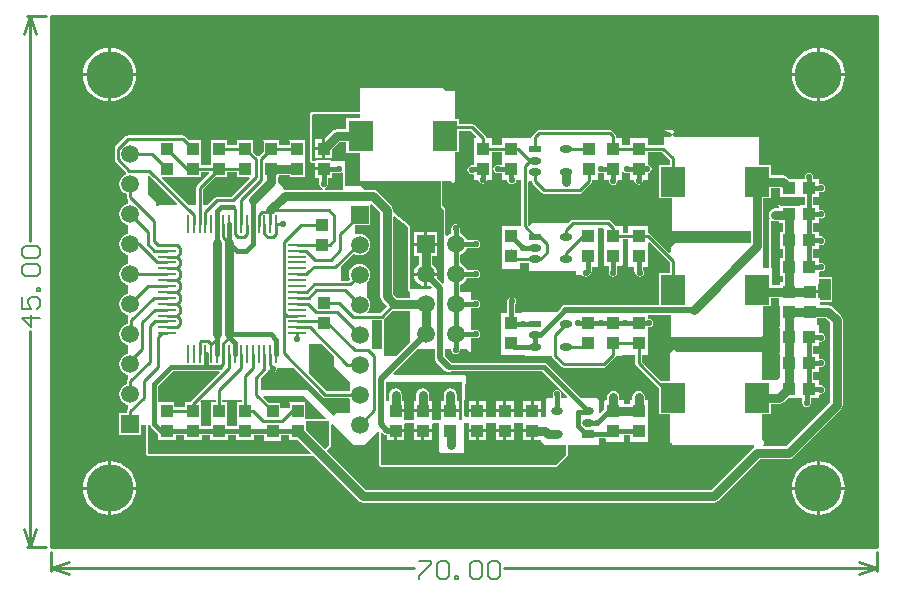
<source format=gtl>
G04*
G04 #@! TF.GenerationSoftware,Altium Limited,Altium Designer,18.1.9 (240)*
G04*
G04 Layer_Physical_Order=1*
G04 Layer_Color=255*
%FSLAX24Y24*%
%MOIN*%
G70*
G01*
G75*
%ADD14C,0.0100*%
%ADD15C,0.0060*%
%ADD16O,0.0433X0.0236*%
%ADD17R,0.0433X0.0236*%
%ADD18R,0.0787X0.0984*%
%ADD19R,0.0433X0.0394*%
%ADD20R,0.0394X0.0433*%
%ADD21O,0.0610X0.0098*%
%ADD22R,0.0610X0.0098*%
%ADD23R,0.0098X0.0610*%
%ADD24R,0.0390X0.0272*%
%ADD25O,0.0390X0.0272*%
%ADD39C,0.0150*%
%ADD40C,0.0200*%
%ADD41C,0.0300*%
%ADD42C,0.0591*%
%ADD43R,0.0591X0.0591*%
%ADD44C,0.1575*%
%ADD45C,0.0220*%
G36*
X27550Y17700D02*
X27600Y17650D01*
Y0D01*
X150D01*
X50Y100D01*
Y17650D01*
X9600D01*
X9650Y17700D01*
X27550Y17700D01*
D02*
G37*
%LPC*%
G36*
X25641Y16635D02*
Y15798D01*
X26477D01*
X26465Y15922D01*
X26414Y16089D01*
X26332Y16243D01*
X26221Y16379D01*
X26086Y16489D01*
X25932Y16572D01*
X25765Y16623D01*
X25641Y16635D01*
D02*
G37*
G36*
X25541D02*
X25417Y16623D01*
X25249Y16572D01*
X25095Y16489D01*
X24960Y16379D01*
X24849Y16243D01*
X24767Y16089D01*
X24716Y15922D01*
X24704Y15798D01*
X25541D01*
Y16635D01*
D02*
G37*
G36*
X2018D02*
Y15798D01*
X2855D01*
X2843Y15922D01*
X2792Y16089D01*
X2710Y16243D01*
X2599Y16379D01*
X2464Y16489D01*
X2310Y16572D01*
X2142Y16623D01*
X2018Y16635D01*
D02*
G37*
G36*
X1919D02*
X1795Y16623D01*
X1627Y16572D01*
X1473Y16489D01*
X1338Y16379D01*
X1227Y16243D01*
X1145Y16089D01*
X1094Y15922D01*
X1082Y15798D01*
X1919D01*
Y16635D01*
D02*
G37*
G36*
X26477Y15698D02*
X25641D01*
Y14861D01*
X25765Y14873D01*
X25932Y14924D01*
X26086Y15007D01*
X26221Y15118D01*
X26332Y15253D01*
X26414Y15407D01*
X26465Y15574D01*
X26477Y15698D01*
D02*
G37*
G36*
X25541D02*
X24704D01*
X24716Y15574D01*
X24767Y15407D01*
X24849Y15253D01*
X24960Y15118D01*
X25095Y15007D01*
X25249Y14924D01*
X25417Y14873D01*
X25541Y14861D01*
Y15698D01*
D02*
G37*
G36*
X2855D02*
X2018D01*
Y14861D01*
X2142Y14873D01*
X2310Y14924D01*
X2464Y15007D01*
X2599Y15118D01*
X2710Y15253D01*
X2792Y15407D01*
X2843Y15574D01*
X2855Y15698D01*
D02*
G37*
G36*
X1919D02*
X1082D01*
X1094Y15574D01*
X1145Y15407D01*
X1227Y15253D01*
X1338Y15118D01*
X1473Y15007D01*
X1627Y14924D01*
X1795Y14873D01*
X1919Y14861D01*
Y15698D01*
D02*
G37*
G36*
X13088Y15300D02*
X10313D01*
Y15174D01*
Y14515D01*
X8742Y14515D01*
X8737Y14513D01*
X8732Y14514D01*
X8715Y14504D01*
X8696Y14496D01*
X8694Y14491D01*
X8690Y14489D01*
X8660Y14449D01*
X8659Y14444D01*
X8655Y14441D01*
X8653Y14421D01*
X8647Y14401D01*
X8650Y14397D01*
Y14395D01*
X8649Y14392D01*
X8650Y14391D01*
Y12881D01*
X8669Y12835D01*
X8715Y12816D01*
X8803D01*
Y12665D01*
X9100D01*
Y12565D01*
X8803D01*
Y12299D01*
X8962D01*
Y12100D01*
X8973Y12047D01*
X9003Y12003D01*
X9047Y11973D01*
X9053Y11972D01*
X9068Y11918D01*
X9064Y11914D01*
X7804D01*
X7800Y11913D01*
X7761Y11945D01*
Y11980D01*
X7571Y12171D01*
Y12339D01*
X7614D01*
Y12401D01*
X7972D01*
Y12339D01*
X8485D01*
Y12892D01*
Y13008D01*
Y13561D01*
X7952D01*
X7972Y13541D01*
Y13397D01*
X7614D01*
Y13561D01*
X7080D01*
X7100Y13541D01*
Y13186D01*
X6956Y13042D01*
X6886Y13043D01*
X6742Y13186D01*
Y13561D01*
X6209D01*
X6228Y13541D01*
Y13397D01*
X5871D01*
Y13561D01*
X5337D01*
X5357Y13541D01*
Y13008D01*
Y12728D01*
X4999D01*
Y13008D01*
Y13561D01*
X4624D01*
X4495Y13690D01*
X4459Y13715D01*
X4416Y13723D01*
X4416Y13723D01*
X2576D01*
X2576Y13723D01*
X2533Y13715D01*
X2497Y13690D01*
X2497Y13690D01*
X2165Y13359D01*
X2141Y13323D01*
X2133Y13280D01*
X2133Y13280D01*
Y12932D01*
X2133Y12932D01*
X2141Y12889D01*
X2165Y12853D01*
X2529Y12489D01*
X2522Y12435D01*
X2519Y12430D01*
X2471Y12410D01*
X2397Y12353D01*
X2340Y12279D01*
X2304Y12193D01*
X2292Y12100D01*
X2304Y12007D01*
X2340Y11921D01*
X2397Y11847D01*
X2471Y11790D01*
X2538Y11762D01*
Y11673D01*
X2538Y11673D01*
X2546Y11630D01*
X2571Y11594D01*
X2576Y11589D01*
Y11449D01*
X2557Y11446D01*
X2471Y11410D01*
X2397Y11353D01*
X2340Y11279D01*
X2304Y11193D01*
X2292Y11100D01*
X2304Y11007D01*
X2340Y10921D01*
X2397Y10847D01*
X2471Y10790D01*
X2557Y10754D01*
X2576Y10751D01*
Y10449D01*
X2557Y10446D01*
X2471Y10410D01*
X2397Y10353D01*
X2340Y10279D01*
X2304Y10193D01*
X2292Y10100D01*
X2304Y10007D01*
X2340Y9921D01*
X2397Y9847D01*
X2471Y9790D01*
X2557Y9754D01*
X2576Y9751D01*
Y9449D01*
X2557Y9446D01*
X2471Y9410D01*
X2397Y9353D01*
X2340Y9279D01*
X2304Y9193D01*
X2292Y9100D01*
X2304Y9007D01*
X2340Y8921D01*
X2397Y8847D01*
X2471Y8790D01*
X2557Y8754D01*
X2576Y8751D01*
Y8449D01*
X2557Y8446D01*
X2471Y8410D01*
X2397Y8353D01*
X2340Y8279D01*
X2304Y8193D01*
X2292Y8100D01*
X2304Y8007D01*
X2340Y7921D01*
X2397Y7847D01*
X2471Y7790D01*
X2557Y7754D01*
X2576Y7751D01*
Y7587D01*
X2571Y7560D01*
X2571Y7560D01*
Y7448D01*
X2557Y7446D01*
X2471Y7410D01*
X2397Y7353D01*
X2340Y7279D01*
X2304Y7193D01*
X2292Y7100D01*
X2304Y7007D01*
X2340Y6921D01*
X2397Y6847D01*
X2471Y6790D01*
X2557Y6754D01*
X2576Y6751D01*
Y6449D01*
X2557Y6446D01*
X2471Y6410D01*
X2397Y6353D01*
X2340Y6279D01*
X2304Y6193D01*
X2292Y6100D01*
X2304Y6007D01*
X2340Y5921D01*
X2397Y5847D01*
X2471Y5790D01*
X2557Y5754D01*
X2576Y5751D01*
Y5611D01*
X2571Y5606D01*
X2546Y5570D01*
X2538Y5527D01*
X2538Y5527D01*
Y5438D01*
X2471Y5410D01*
X2397Y5353D01*
X2340Y5279D01*
X2304Y5193D01*
X2292Y5100D01*
X2304Y5007D01*
X2340Y4921D01*
X2397Y4847D01*
X2471Y4790D01*
X2557Y4754D01*
X2576Y4751D01*
Y4611D01*
X2571Y4606D01*
X2546Y4570D01*
X2538Y4527D01*
X2538Y4527D01*
Y4455D01*
X2295D01*
Y3745D01*
X3005D01*
Y4064D01*
X3185D01*
Y3100D01*
X3204Y3054D01*
X3250Y3035D01*
X8648D01*
X8660Y3040D01*
X8673D01*
X8682Y3049D01*
X8694Y3054D01*
X8728Y3063D01*
X8752Y3061D01*
X10265Y1549D01*
X10334Y1502D01*
X10416Y1486D01*
X22100D01*
X22182Y1502D01*
X22251Y1549D01*
X23639Y2936D01*
X24610D01*
X24692Y2952D01*
X24761Y2999D01*
X26351Y4589D01*
X26398Y4658D01*
X26414Y4740D01*
Y7572D01*
X26398Y7654D01*
X26351Y7723D01*
X26075Y8000D01*
X26005Y8046D01*
X25923Y8063D01*
X25653D01*
X25633Y8113D01*
X25650Y8130D01*
Y8185D01*
X26000D01*
X26046Y8204D01*
X26065Y8250D01*
Y8950D01*
X26046Y8996D01*
X26000Y9015D01*
X25601D01*
Y9175D01*
X25605Y9178D01*
X25651Y9206D01*
X25687Y9199D01*
X25740Y9210D01*
X25784Y9239D01*
X25814Y9284D01*
X25825Y9337D01*
X25814Y9389D01*
X25784Y9434D01*
X25773Y9446D01*
X25728Y9476D01*
X25675Y9486D01*
X25601D01*
Y9645D01*
X25422D01*
Y9925D01*
X25601D01*
Y10082D01*
X25651Y10083D01*
X25687Y10076D01*
X25740Y10087D01*
X25784Y10117D01*
X25814Y10161D01*
X25825Y10214D01*
X25814Y10267D01*
X25784Y10311D01*
X25777Y10319D01*
X25732Y10349D01*
X25679Y10359D01*
X25601D01*
Y10518D01*
X25422D01*
Y10790D01*
X25593D01*
Y10798D01*
X25601D01*
Y10957D01*
X25667D01*
X25687Y10953D01*
X25740Y10964D01*
X25784Y10994D01*
X25814Y11038D01*
X25825Y11091D01*
X25814Y11144D01*
X25784Y11188D01*
X25780Y11192D01*
X25736Y11222D01*
X25683Y11233D01*
X25601D01*
Y11392D01*
X25422D01*
Y11671D01*
X25601D01*
Y11830D01*
X25687D01*
X25740Y11841D01*
X25784Y11871D01*
X25814Y11915D01*
X25825Y11968D01*
X25814Y12021D01*
X25784Y12065D01*
X25740Y12095D01*
X25687Y12106D01*
X25601D01*
Y12265D01*
X25422D01*
Y12350D01*
X25412Y12403D01*
X25382Y12447D01*
X25337Y12477D01*
X25285Y12488D01*
X25232Y12477D01*
X25187Y12447D01*
X25157Y12403D01*
X25147Y12350D01*
Y12265D01*
X24621D01*
X24555Y12332D01*
X24485Y12378D01*
X24403Y12394D01*
X24004D01*
Y12732D01*
X23600D01*
Y13670D01*
X20873D01*
X20871Y13679D01*
X20871Y13679D01*
X20809D01*
X20783Y13705D01*
X20750Y13738D01*
X20729Y13782D01*
X20746Y13798D01*
X20798Y13850D01*
X20736Y13912D01*
X20450D01*
X20678Y13810D01*
X20700Y13788D01*
Y13729D01*
X20696Y13721D01*
X20672Y13679D01*
X20450D01*
Y13427D01*
X20420Y13397D01*
X19901D01*
Y13650D01*
X19342D01*
X19302Y13650D01*
X19302Y13650D01*
X19292Y13640D01*
X19292Y13637D01*
X19292Y13637D01*
X19300Y13630D01*
X19300Y13601D01*
Y13397D01*
X19051D01*
Y13650D01*
X18862D01*
Y13700D01*
X18862Y13700D01*
X18854Y13743D01*
X18829Y13779D01*
X18829Y13779D01*
X18729Y13879D01*
X18693Y13904D01*
X18650Y13912D01*
X18650Y13912D01*
X16280D01*
X16237Y13904D01*
X16201Y13879D01*
X16201Y13879D01*
X16071Y13749D01*
X16046Y13713D01*
X16042Y13690D01*
X16027Y13665D01*
X15995Y13650D01*
X15092D01*
X15052Y13650D01*
X15052Y13650D01*
X15042Y13640D01*
X15042Y13637D01*
X15042Y13637D01*
X15050Y13630D01*
X15050Y13601D01*
Y13397D01*
X14701D01*
Y13650D01*
X14512D01*
X14512Y13650D01*
X14504Y13693D01*
X14479Y13729D01*
X14479Y13729D01*
X14129Y14079D01*
X14093Y14104D01*
X14050Y14112D01*
X14050Y14112D01*
X13604D01*
Y14272D01*
X13471D01*
Y15214D01*
X13173D01*
X13088Y15300D01*
D02*
G37*
G36*
X25641Y2855D02*
Y2018D01*
X26477D01*
X26465Y2142D01*
X26414Y2310D01*
X26332Y2464D01*
X26221Y2599D01*
X26086Y2710D01*
X25932Y2792D01*
X25765Y2843D01*
X25641Y2855D01*
D02*
G37*
G36*
X25541D02*
X25417Y2843D01*
X25249Y2792D01*
X25095Y2710D01*
X24960Y2599D01*
X24849Y2464D01*
X24767Y2310D01*
X24716Y2142D01*
X24704Y2018D01*
X25541D01*
Y2855D01*
D02*
G37*
G36*
X2018D02*
Y2018D01*
X2855D01*
X2843Y2142D01*
X2792Y2310D01*
X2710Y2464D01*
X2599Y2599D01*
X2464Y2710D01*
X2310Y2792D01*
X2142Y2843D01*
X2018Y2855D01*
D02*
G37*
G36*
X1919D02*
X1795Y2843D01*
X1627Y2792D01*
X1473Y2710D01*
X1338Y2599D01*
X1227Y2464D01*
X1145Y2310D01*
X1094Y2142D01*
X1082Y2018D01*
X1919D01*
Y2855D01*
D02*
G37*
G36*
X26477Y1919D02*
X25641D01*
Y1082D01*
X25765Y1094D01*
X25932Y1145D01*
X26086Y1227D01*
X26221Y1338D01*
X26332Y1473D01*
X26414Y1627D01*
X26465Y1795D01*
X26477Y1919D01*
D02*
G37*
G36*
X25541D02*
X24704D01*
X24716Y1795D01*
X24767Y1627D01*
X24849Y1473D01*
X24960Y1338D01*
X25095Y1227D01*
X25249Y1145D01*
X25417Y1094D01*
X25541Y1082D01*
Y1919D01*
D02*
G37*
G36*
X2855D02*
X2018D01*
Y1082D01*
X2142Y1094D01*
X2310Y1145D01*
X2464Y1227D01*
X2599Y1338D01*
X2710Y1473D01*
X2792Y1627D01*
X2843Y1795D01*
X2855Y1919D01*
D02*
G37*
G36*
X1919D02*
X1082D01*
X1094Y1795D01*
X1145Y1627D01*
X1227Y1473D01*
X1338Y1338D01*
X1473Y1227D01*
X1627Y1145D01*
X1795Y1094D01*
X1919Y1082D01*
Y1919D01*
D02*
G37*
%LPD*%
G36*
X14195Y13696D02*
X14176Y13650D01*
X14102Y13650D01*
X14102Y13650D01*
X14092Y13640D01*
X14092Y13637D01*
X14092Y13637D01*
X14100Y13630D01*
X14100Y13601D01*
Y12753D01*
X14075D01*
X14022Y12743D01*
X13978Y12713D01*
X13938Y12673D01*
X13908Y12628D01*
X13897Y12575D01*
X13908Y12523D01*
X13938Y12478D01*
X13982Y12448D01*
X14035Y12438D01*
X14050Y12441D01*
X14100Y12401D01*
Y12236D01*
X14265D01*
X14273Y12197D01*
X14303Y12153D01*
X14347Y12123D01*
X14400Y12112D01*
X14453Y12123D01*
X14497Y12153D01*
X14527Y12197D01*
X14535Y12236D01*
X14722D01*
X14701Y12257D01*
Y13172D01*
X15050D01*
Y12740D01*
X14900D01*
X14847Y12729D01*
X14803Y12699D01*
X14773Y12655D01*
X14762Y12602D01*
X14773Y12549D01*
X14803Y12505D01*
X14847Y12475D01*
X14900Y12464D01*
X15050D01*
Y12236D01*
X15217D01*
X15223Y12208D01*
X15253Y12164D01*
X15278Y12139D01*
X15322Y12109D01*
X15375Y12098D01*
X15428Y12109D01*
X15472Y12139D01*
X15502Y12183D01*
X15513Y12236D01*
X15672D01*
X15688Y12193D01*
Y10720D01*
X15661Y10698D01*
X15648Y10691D01*
X15647Y10691D01*
X15647Y10691D01*
X15640D01*
D01*
X15091D01*
X15053Y10691D01*
X15053Y10691D01*
X15052Y10690D01*
X15052D01*
X15052Y10689D01*
X15042Y10680D01*
X15042Y10677D01*
X15042Y10677D01*
X15050Y10669D01*
X15050Y10642D01*
Y10100D01*
D01*
Y9275D01*
X15672D01*
X15651Y9296D01*
Y9484D01*
X15912D01*
X15923Y9468D01*
X15942Y9455D01*
Y9203D01*
X17523D01*
Y9088D01*
X17729D01*
X17753Y9053D01*
X17797Y9023D01*
X17850Y9012D01*
X17903Y9023D01*
X17947Y9053D01*
X17997Y9103D01*
X17997Y9103D01*
X18027Y9147D01*
X18038Y9200D01*
X18038Y9200D01*
Y9325D01*
X18210Y9325D01*
X18222Y9325D01*
X18222D01*
Y9325D01*
X18236Y9337D01*
X18250Y9348D01*
X18250Y9348D01*
X18250Y9348D01*
D01*
X18250Y9364D01*
Y10018D01*
D01*
Y10642D01*
X18251Y10643D01*
X18291Y10645D01*
X18403Y10648D01*
X18453Y10609D01*
Y10018D01*
Y9388D01*
X18612D01*
Y9150D01*
X18623Y9097D01*
X18653Y9053D01*
X18697Y9023D01*
X18750Y9012D01*
X18803Y9023D01*
X18847Y9053D01*
X18877Y9097D01*
X18888Y9150D01*
Y9388D01*
X19047D01*
X19080Y9422D01*
Y10018D01*
Y10262D01*
X19250D01*
Y10018D01*
Y9337D01*
X19462D01*
Y9200D01*
X19473Y9147D01*
X19503Y9103D01*
X19553Y9053D01*
X19597Y9023D01*
X19650Y9012D01*
X19703Y9023D01*
X19747Y9053D01*
X19777Y9097D01*
X19788Y9150D01*
X19777Y9203D01*
X19747Y9247D01*
X19738Y9257D01*
Y9337D01*
X19954D01*
X19923Y9367D01*
Y10139D01*
X19970Y10158D01*
X20638Y9489D01*
Y9136D01*
X20296D01*
Y8080D01*
X17158D01*
X17096Y8067D01*
X17043Y8032D01*
X17008Y7979D01*
X17003Y7956D01*
X16897Y7850D01*
X15696D01*
X15705Y7841D01*
X15686Y7795D01*
X15488D01*
Y8119D01*
X15502Y8140D01*
X15513Y8193D01*
X15502Y8246D01*
X15472Y8290D01*
X15428Y8320D01*
X15375Y8331D01*
X15322Y8320D01*
X15278Y8290D01*
X15253Y8265D01*
X15223Y8221D01*
X15212Y8168D01*
Y7795D01*
X15068D01*
X15068Y7795D01*
X15052Y7801D01*
X15050Y7821D01*
X15020Y7791D01*
X15020Y7763D01*
Y7220D01*
D01*
Y6395D01*
X15817D01*
Y6367D01*
X16706D01*
X16710Y6343D01*
X16735Y6307D01*
X17021Y6021D01*
X17021Y6021D01*
X17057Y5996D01*
X17100Y5988D01*
X17100Y5988D01*
X18438D01*
X18438Y5988D01*
X18481Y5996D01*
X18518Y6021D01*
X18829Y6332D01*
X18829Y6332D01*
X18851Y6365D01*
X19022D01*
X19022Y6365D01*
X19042Y6415D01*
X19488D01*
Y6138D01*
X19488Y6138D01*
X19496Y6095D01*
X19521Y6059D01*
X20296Y5283D01*
Y4436D01*
X20650D01*
Y3480D01*
X20700D01*
Y3389D01*
X23440D01*
X23455Y3339D01*
X23399Y3301D01*
X22011Y1914D01*
X10505D01*
X9245Y3175D01*
X9216Y3217D01*
X9329Y3329D01*
X9348Y3375D01*
Y4087D01*
X9394Y4106D01*
X10100Y3400D01*
X10450D01*
X10900Y3857D01*
X10940Y3827D01*
Y3821D01*
X10935Y3809D01*
Y2750D01*
X10954Y2704D01*
X11000Y2685D01*
X16850D01*
X16896Y2704D01*
X17220Y3028D01*
X17239Y3074D01*
Y3419D01*
X18272D01*
Y3638D01*
X18493D01*
Y3607D01*
X18500D01*
Y3504D01*
X19122D01*
X19101Y3525D01*
Y3746D01*
X19300D01*
Y3504D01*
X19922D01*
X19901Y3525D01*
Y4918D01*
X19814D01*
Y5000D01*
X19798Y5082D01*
X19751Y5151D01*
X19682Y5198D01*
X19600Y5214D01*
X19518Y5198D01*
X19449Y5151D01*
X19402Y5082D01*
X19386Y5000D01*
Y4954D01*
X19351Y4918D01*
X19302Y4918D01*
X19302Y4918D01*
X19292Y4909D01*
X19292Y4906D01*
X19292Y4906D01*
X19300Y4898D01*
X19300Y4869D01*
Y4767D01*
X19101D01*
Y4919D01*
X18964D01*
Y5000D01*
X18948Y5082D01*
X18901Y5151D01*
X18832Y5198D01*
X18750Y5214D01*
X18668Y5198D01*
X18599Y5151D01*
X18552Y5082D01*
X18536Y5000D01*
Y4954D01*
X18502Y4919D01*
D01*
X18492Y4909D01*
X18492Y4906D01*
X18458Y4870D01*
X18453D01*
Y4598D01*
X18318Y4462D01*
X18272Y4482D01*
Y4919D01*
X18206Y4985D01*
X17660D01*
X16547Y6097D01*
X16503Y6127D01*
X16450Y6138D01*
X13369D01*
X13366Y6141D01*
X13250Y6256D01*
X13138Y6368D01*
Y6600D01*
X13362D01*
Y6565D01*
X13373Y6512D01*
X13403Y6468D01*
X13447Y6438D01*
X13500Y6427D01*
X13553Y6438D01*
X13597Y6468D01*
X13627Y6512D01*
X13638Y6565D01*
Y6600D01*
X13880D01*
X13921Y6559D01*
X13954Y6527D01*
X14000Y6480D01*
X14004Y6484D01*
X14004Y6547D01*
X14004Y6593D01*
Y6962D01*
X14185D01*
X14238Y6973D01*
X14282Y7003D01*
X14312Y7047D01*
X14323Y7100D01*
X14312Y7153D01*
X14282Y7197D01*
X14238Y7227D01*
X14185Y7238D01*
X14004D01*
Y7962D01*
X14185D01*
X14238Y7973D01*
X14282Y8003D01*
X14312Y8047D01*
X14323Y8100D01*
X14312Y8153D01*
X14282Y8197D01*
X14238Y8227D01*
X14185Y8238D01*
X14004D01*
Y8512D01*
X13638D01*
Y8729D01*
X13699Y8755D01*
X13782Y8818D01*
X13845Y8901D01*
X13871Y8962D01*
X14185D01*
X14238Y8973D01*
X14282Y9003D01*
X14312Y9047D01*
X14323Y9100D01*
X14312Y9153D01*
X14282Y9197D01*
X14238Y9227D01*
X14185Y9238D01*
X13871D01*
X13845Y9299D01*
X13782Y9382D01*
X13699Y9445D01*
X13638Y9471D01*
Y9729D01*
X13699Y9755D01*
X13782Y9818D01*
X13845Y9901D01*
X13871Y9962D01*
X14185D01*
X14238Y9973D01*
X14282Y10003D01*
X14312Y10047D01*
X14323Y10100D01*
X14312Y10153D01*
X14282Y10197D01*
X14238Y10227D01*
X14185Y10238D01*
X13871D01*
X13845Y10299D01*
X13782Y10382D01*
X13699Y10445D01*
X13638Y10471D01*
Y10635D01*
X13627Y10688D01*
X13597Y10732D01*
X13553Y10762D01*
X13500Y10773D01*
X13447Y10762D01*
X13403Y10732D01*
X13373Y10688D01*
X13362Y10635D01*
Y10471D01*
X13301Y10445D01*
X13295Y10441D01*
D01*
X13218Y10382D01*
X13212Y10374D01*
X13165Y10390D01*
X13165Y11250D01*
X13146Y11296D01*
X13065Y11377D01*
Y12208D01*
X13321D01*
X13400Y12128D01*
X13471Y12200D01*
Y13168D01*
X13604D01*
Y13888D01*
X14004D01*
X14195Y13696D01*
D02*
G37*
G36*
X5297Y12457D02*
X4886Y12047D01*
X4862Y12010D01*
X4854Y11967D01*
X4854Y11967D01*
Y11410D01*
X4591D01*
X3709Y12293D01*
X3728Y12339D01*
X4485D01*
X4485Y12339D01*
Y12339D01*
X4999D01*
Y12503D01*
X5278D01*
X5297Y12457D01*
D02*
G37*
G36*
X20638Y12908D02*
Y12732D01*
X20296D01*
Y11628D01*
X20700D01*
Y10550D01*
X23336D01*
Y10128D01*
X20821D01*
X20775Y10082D01*
X20700Y10029D01*
X20675Y10004D01*
Y9835D01*
X20629Y9816D01*
X19991Y10453D01*
X19955Y10478D01*
X19923Y10484D01*
Y10712D01*
X19300D01*
X19298Y10712D01*
X19270Y10741D01*
X19250Y10718D01*
X19250Y10690D01*
X19250Y10690D01*
Y10486D01*
X19080D01*
Y10701D01*
X18848D01*
X18829Y10729D01*
X18829Y10729D01*
X18675Y10884D01*
X18638Y10908D01*
X18595Y10917D01*
X18595Y10917D01*
X17405D01*
X17405Y10917D01*
X17362Y10908D01*
X17325Y10884D01*
X17325Y10884D01*
X17246Y10805D01*
X16038D01*
X15954Y10720D01*
X15912Y10749D01*
Y12170D01*
X15950Y12200D01*
X16038D01*
X16046Y12157D01*
X16071Y12121D01*
X16371Y11821D01*
X16407Y11796D01*
X16450Y11788D01*
X16450Y11788D01*
X17642D01*
X17642Y11788D01*
X17685Y11796D01*
X17722Y11821D01*
X18029Y12128D01*
X18029Y12128D01*
X18054Y12165D01*
X18062Y12208D01*
Y12236D01*
X18272D01*
X18251Y12257D01*
Y12459D01*
X18296Y12487D01*
X18301Y12488D01*
X18350Y12478D01*
X18350Y12478D01*
X18450D01*
Y12236D01*
X18612D01*
Y12217D01*
X18623Y12164D01*
X18653Y12119D01*
X18662Y12110D01*
X18706Y12081D01*
X18759Y12070D01*
X18812Y12081D01*
X18856Y12110D01*
X18886Y12155D01*
X18897Y12208D01*
X18920Y12236D01*
X19072D01*
X19051Y12257D01*
Y12506D01*
X19101Y12521D01*
X19103Y12518D01*
X19147Y12488D01*
X19200Y12478D01*
X19300D01*
Y12236D01*
X19462D01*
Y12221D01*
X19473Y12168D01*
X19503Y12124D01*
X19547Y12094D01*
X19600Y12083D01*
X19653Y12094D01*
X19697Y12124D01*
X19727Y12168D01*
X19738Y12221D01*
Y12236D01*
X19922D01*
X19901Y12257D01*
Y12478D01*
X19950Y12488D01*
X19994Y12518D01*
X20024Y12563D01*
X20034Y12615D01*
X20024Y12668D01*
X19994Y12713D01*
X19950Y12743D01*
X19901Y12752D01*
Y13172D01*
X20374D01*
X20638Y12908D01*
D02*
G37*
G36*
X9727Y12494D02*
X9735Y12488D01*
Y11914D01*
X9136D01*
X9132Y11918D01*
X9147Y11972D01*
X9153Y11973D01*
X9197Y12003D01*
X9227Y12047D01*
X9238Y12100D01*
Y12299D01*
X9397D01*
Y12478D01*
X9600D01*
X9653Y12488D01*
X9685Y12510D01*
X9727Y12494D01*
D02*
G37*
G36*
X6228Y12339D02*
X6615D01*
X6634Y12293D01*
X6029Y11687D01*
X5552D01*
X5509Y11679D01*
X5472Y11654D01*
X5472Y11654D01*
X5228Y11410D01*
X5078D01*
Y11921D01*
X5496Y12339D01*
X5871D01*
Y12503D01*
X6228D01*
Y12339D01*
D02*
G37*
G36*
X24299Y11671D02*
X25147D01*
Y11392D01*
X24968D01*
Y11384D01*
X24339D01*
X24319Y11384D01*
X24276Y11427D01*
X24254Y11415D01*
X24291Y11378D01*
X24291Y11346D01*
Y11294D01*
X24150D01*
X24068Y11277D01*
X23999Y11231D01*
X23952Y11161D01*
X23936Y11080D01*
X23952Y10998D01*
X23971Y10970D01*
X23954Y10920D01*
X23948Y10905D01*
X23938Y10893D01*
X23939Y10883D01*
X23935Y10874D01*
Y9309D01*
X23748D01*
Y9950D01*
X23764Y10032D01*
Y11628D01*
X24004D01*
Y11966D01*
X24299D01*
Y11671D01*
D02*
G37*
G36*
X4228Y11457D02*
X4209Y11410D01*
X3650D01*
X3554Y11363D01*
X3504Y11392D01*
Y11502D01*
X3247Y11759D01*
Y12373D01*
X3293Y12392D01*
X4228Y11457D01*
D02*
G37*
G36*
X24068Y10882D02*
X24150Y10865D01*
X24291D01*
Y10790D01*
X24401D01*
Y10518D01*
X24346D01*
X24327Y10518D01*
X24284Y10561D01*
X24262Y10549D01*
X24299Y10512D01*
X24299Y10480D01*
Y9925D01*
X24401D01*
Y9645D01*
X24346D01*
X24327Y9645D01*
X24284Y9688D01*
X24262Y9676D01*
X24299Y9639D01*
X24299Y9607D01*
Y9052D01*
X24401D01*
Y8834D01*
X24303D01*
Y8732D01*
X24150D01*
X24150Y8732D01*
X24044D01*
Y9150D01*
Y9300D01*
X24034Y9309D01*
X24000D01*
Y10874D01*
X24044Y10898D01*
X24068Y10882D01*
D02*
G37*
G36*
X10986Y11161D02*
Y8361D01*
X11002Y8279D01*
X11049Y8210D01*
X11231Y8028D01*
X10998Y7795D01*
X10577D01*
X10561Y7845D01*
X10610Y7909D01*
X10646Y7995D01*
X10658Y8088D01*
X10646Y8181D01*
X10610Y8267D01*
X10553Y8342D01*
Y8835D01*
X10610Y8909D01*
X10646Y8995D01*
X10658Y9088D01*
X10646Y9181D01*
X10610Y9267D01*
X10553Y9342D01*
X10479Y9399D01*
X10393Y9434D01*
X10300Y9447D01*
X10207Y9434D01*
X10121Y9399D01*
X10047Y9342D01*
X9990Y9267D01*
X9954Y9181D01*
X9942Y9088D01*
X9954Y8995D01*
X9982Y8928D01*
X9925Y8872D01*
X9676D01*
Y9367D01*
X10101Y9793D01*
X10121Y9778D01*
X10207Y9742D01*
X10300Y9730D01*
X10393Y9742D01*
X10479Y9778D01*
X10553Y9835D01*
X10610Y9909D01*
X10646Y9995D01*
X10658Y10088D01*
X10646Y10181D01*
X10610Y10267D01*
X10553Y10342D01*
X10479Y10399D01*
X10393Y10434D01*
X10300Y10447D01*
X10213Y10435D01*
X10194Y10440D01*
X10163Y10461D01*
Y10733D01*
X10655D01*
Y11421D01*
X10705Y11442D01*
X10986Y11161D01*
D02*
G37*
G36*
X10313Y14450D02*
Y14312D01*
X9856D01*
Y13934D01*
X9535D01*
X9453Y13917D01*
X9384Y13871D01*
X9150Y13637D01*
Y13285D01*
Y12968D01*
X9397D01*
Y13279D01*
X9624Y13506D01*
X9856D01*
Y13128D01*
X10313D01*
Y12363D01*
Y12208D01*
X10468D01*
X10469Y12206D01*
X10470Y12208D01*
X13000D01*
Y11350D01*
X13100Y11250D01*
X13100Y8801D01*
X13050Y8781D01*
X12870Y8961D01*
X12885Y8997D01*
X12892Y9050D01*
X12550D01*
Y8708D01*
X12603Y8715D01*
X12639Y8730D01*
X12714Y8655D01*
X12695Y8609D01*
X11974Y8609D01*
X11974Y10701D01*
X11414Y11156D01*
Y11250D01*
X11398Y11332D01*
X11351Y11401D01*
X10901Y11851D01*
X10832Y11898D01*
X10750Y11914D01*
X10450D01*
Y11937D01*
X10337Y12050D01*
X9800D01*
Y12363D01*
Y12881D01*
X9357D01*
Y12892D01*
X8843D01*
Y12881D01*
X8715D01*
Y14400D01*
X8712Y14410D01*
X8742Y14450D01*
X10313Y14450D01*
D02*
G37*
G36*
X11909Y10670D02*
X11909Y8609D01*
X11928Y8563D01*
X11964Y8549D01*
X11995Y8512D01*
Y8314D01*
X11550D01*
X11414Y8450D01*
Y11014D01*
X11459Y11036D01*
X11909Y10670D01*
D02*
G37*
G36*
X26000Y8250D02*
X25650D01*
Y8304D01*
X25597D01*
Y8468D01*
X25300D01*
Y8568D01*
X25597D01*
Y8772D01*
X25601Y8776D01*
Y8950D01*
X26000D01*
Y8250D01*
D02*
G37*
G36*
X24150Y8304D02*
X24280D01*
Y8044D01*
X24299Y8025D01*
Y7344D01*
X24284Y7338D01*
X24262Y7326D01*
X24299Y7289D01*
X24299Y7273D01*
Y6702D01*
Y6486D01*
X24284Y6480D01*
X24262Y6468D01*
X24299Y6431D01*
X24299Y6415D01*
Y5844D01*
X24299Y5844D01*
Y5629D01*
X24284Y5622D01*
X24262Y5611D01*
X24228Y5574D01*
X23747D01*
X23713Y5587D01*
Y6500D01*
X20871D01*
X20775Y6596D01*
X20675Y6518D01*
X20680Y6512D01*
X20650Y6482D01*
Y5540D01*
X20356D01*
X19712Y6185D01*
Y6415D01*
X19922D01*
Y7326D01*
X19952D01*
X20005Y7336D01*
X20050Y7366D01*
X20051Y7368D01*
X20081Y7412D01*
X20091Y7465D01*
X20081Y7518D01*
X20051Y7562D01*
X20006Y7592D01*
X19954Y7603D01*
X19922Y7640D01*
Y7753D01*
X20675D01*
Y7019D01*
X23679D01*
X23748Y7088D01*
Y8032D01*
X24004D01*
Y8304D01*
X24150D01*
X24150Y8304D01*
D02*
G37*
G36*
X25986Y7483D02*
Y4829D01*
X24521Y3364D01*
X23758D01*
X23738Y3414D01*
X23774Y3450D01*
Y3450D01*
X23790Y3500D01*
X23800Y3510D01*
X23787Y3523D01*
X23787Y3523D01*
X23765Y3546D01*
X23713Y3597D01*
Y4436D01*
X24004D01*
Y4774D01*
X24290D01*
X24372Y4790D01*
X24441Y4837D01*
X24591Y4986D01*
X25062D01*
Y4800D01*
X25073Y4747D01*
X25103Y4703D01*
X25147Y4673D01*
X25200Y4662D01*
X25253Y4673D01*
X25297Y4703D01*
X25327Y4747D01*
X25338Y4800D01*
Y4986D01*
X25601D01*
Y5084D01*
X25651Y5118D01*
X25679Y5112D01*
X25732Y5123D01*
X25776Y5153D01*
X25806Y5197D01*
X25817Y5250D01*
X25806Y5303D01*
X25776Y5347D01*
X25743Y5380D01*
X25699Y5410D01*
X25646Y5421D01*
X25601D01*
Y5580D01*
X25422D01*
Y5844D01*
X25601D01*
Y6003D01*
X25678D01*
X25731Y6014D01*
X25775Y6043D01*
X25776Y6045D01*
X25806Y6089D01*
X25817Y6142D01*
X25806Y6195D01*
X25776Y6239D01*
X25732Y6269D01*
X25679Y6280D01*
X25673Y6278D01*
X25601D01*
Y6438D01*
X25422D01*
Y6702D01*
X25601D01*
Y6817D01*
X25610Y6827D01*
X25651Y6851D01*
X25687Y6844D01*
X25740Y6855D01*
X25784Y6885D01*
X25814Y6929D01*
X25825Y6982D01*
X25814Y7035D01*
X25784Y7079D01*
X25768Y7096D01*
X25723Y7126D01*
X25671Y7136D01*
X25601D01*
Y7295D01*
X25601Y7392D01*
X25610Y7400D01*
X25593Y7400D01*
X25557Y7436D01*
Y7634D01*
X25835D01*
X25986Y7483D01*
D02*
G37*
G36*
X11044Y7571D02*
X11065Y7553D01*
Y6635D01*
X11050Y6591D01*
X10717D01*
X10717Y6591D01*
Y7571D01*
X11044D01*
X11044Y7571D01*
D02*
G37*
G36*
X11461Y7886D02*
X11995D01*
Y6831D01*
X11531Y6367D01*
X11130D01*
Y7610D01*
X11415Y7895D01*
X11461Y7886D01*
D02*
G37*
G36*
X9083Y5009D02*
X9083Y5009D01*
X9119Y4985D01*
X9162Y4976D01*
X9162Y4976D01*
X9962D01*
X9976Y4941D01*
Y4467D01*
X9531D01*
X9450Y4386D01*
X9450Y4386D01*
Y4386D01*
X9402Y4398D01*
X8550Y5250D01*
X7029D01*
X7000Y5279D01*
Y5641D01*
X7210Y5852D01*
X7210Y5852D01*
X7235Y5888D01*
X7238Y5904D01*
X7290Y5928D01*
X7292Y5928D01*
X7316Y5912D01*
X7319Y5894D01*
X7343Y5858D01*
X7380Y5834D01*
X7423Y5825D01*
X7466Y5834D01*
X7502Y5858D01*
X7526Y5894D01*
X7535Y5937D01*
Y5962D01*
X8129D01*
X9083Y5009D01*
D02*
G37*
G36*
X8976Y6762D02*
Y6762D01*
X9037D01*
X9075Y6733D01*
X9450Y6359D01*
Y6007D01*
X9469D01*
X9976Y5500D01*
Y5235D01*
X9962Y5200D01*
X9208D01*
X8610Y5799D01*
X8609Y5962D01*
Y6713D01*
X8610Y6762D01*
X8659Y6762D01*
X8976D01*
X8976Y6762D01*
D02*
G37*
G36*
X12812Y6301D02*
X12824Y6238D01*
X12860Y6185D01*
X13160Y5885D01*
X13213Y5849D01*
X13276Y5837D01*
X13338Y5849D01*
X13358Y5862D01*
X16393D01*
X17225Y5031D01*
X17205Y4985D01*
X17018D01*
Y5107D01*
X17007Y5160D01*
X16978Y5205D01*
X16933Y5235D01*
X16880Y5245D01*
X16828Y5235D01*
X16783Y5205D01*
X16753Y5160D01*
X16743Y5107D01*
Y4985D01*
X16572D01*
X16513Y4938D01*
Y4350D01*
X16347D01*
Y4503D01*
X16050D01*
X15753D01*
Y4350D01*
X15437D01*
Y4503D01*
X15140D01*
X14843D01*
Y4350D01*
X14527D01*
Y4503D01*
X14230D01*
X13933D01*
Y4350D01*
X13833D01*
X13798Y4385D01*
X13800Y5450D01*
X13850D01*
Y5700D01*
X13800Y5750D01*
X11441D01*
X11422Y5796D01*
X12226Y6600D01*
X12812D01*
Y6301D01*
D02*
G37*
G36*
X5503Y4830D02*
X5339D01*
X5359Y4810D01*
Y4277D01*
Y4022D01*
X5000D01*
Y4277D01*
Y4830D01*
X5000D01*
X4989Y4856D01*
X5054Y4921D01*
X5503D01*
Y4830D01*
D02*
G37*
G36*
X5639Y5822D02*
X4664Y4847D01*
X4652Y4830D01*
X4466D01*
X4486Y4810D01*
Y4665D01*
X4127D01*
Y4830D01*
X3594D01*
X3571Y4870D01*
Y5376D01*
X4067Y5872D01*
X5618D01*
X5639Y5822D01*
D02*
G37*
G36*
X8450Y5050D02*
X9198Y4302D01*
X9179Y4256D01*
X8529D01*
X8489Y4293D01*
Y4830D01*
X7956D01*
X7976Y4810D01*
Y4682D01*
X7974Y4632D01*
X7740D01*
X7697Y4650D01*
X7657Y4674D01*
Y4811D01*
X7282D01*
X7089Y5004D01*
X7109Y5050D01*
X8450Y5050D01*
D02*
G37*
G36*
X13714Y4300D02*
Y4250D01*
X13617D01*
Y4300D01*
Y4503D01*
X13023D01*
Y4300D01*
Y4250D01*
X12707D01*
Y4300D01*
Y4503D01*
X12410D01*
X12113D01*
Y4300D01*
Y4250D01*
X11797D01*
Y4300D01*
Y4503D01*
X11500D01*
Y4603D01*
X11797D01*
Y4870D01*
X11714D01*
Y5088D01*
X11698Y5170D01*
X11651Y5240D01*
X11582Y5286D01*
X11500Y5302D01*
X11418Y5286D01*
X11349Y5240D01*
X11302Y5170D01*
X11286Y5088D01*
Y4870D01*
X11203D01*
X11173Y4907D01*
Y5500D01*
X13714D01*
Y4300D01*
D02*
G37*
G36*
X6376Y4830D02*
X6211D01*
X6231Y4810D01*
Y4277D01*
Y4022D01*
X5872D01*
Y4277D01*
Y4830D01*
X5728D01*
Y4921D01*
X6376D01*
Y4830D01*
D02*
G37*
G36*
X15753Y3934D02*
X16050D01*
Y3884D01*
X16100D01*
Y3567D01*
X16347D01*
Y3549D01*
X16477Y3419D01*
X17174D01*
Y3074D01*
X16850Y2750D01*
X11000D01*
Y3809D01*
X11046Y3828D01*
X11106Y3769D01*
X11159Y3733D01*
X11203Y3724D01*
Y3567D01*
X11450D01*
Y3884D01*
X11500D01*
Y3934D01*
X11797D01*
Y4114D01*
X11832Y4150D01*
X12113Y4150D01*
Y3934D01*
X12410D01*
X12707D01*
Y4114D01*
X12742Y4149D01*
X12950Y4149D01*
Y3200D01*
X13000Y3150D01*
X13782D01*
Y4150D01*
X13933D01*
Y3934D01*
X14230D01*
X14527D01*
Y4150D01*
X14843D01*
Y3934D01*
X15140D01*
X15437D01*
Y4150D01*
X15753D01*
Y3934D01*
D02*
G37*
G36*
X9283Y3375D02*
X9163Y3256D01*
X8529Y3890D01*
Y4191D01*
X9283D01*
Y3375D01*
D02*
G37*
G36*
X3336Y4019D02*
X3569Y3787D01*
X3569Y3787D01*
X3574Y3783D01*
Y3567D01*
X4167D01*
Y3746D01*
X4446D01*
Y3567D01*
X5040D01*
Y3746D01*
X5319D01*
Y3567D01*
X5912D01*
Y3746D01*
X6191D01*
Y3567D01*
X6785D01*
Y3746D01*
X7103D01*
Y3549D01*
X7697D01*
Y3746D01*
X7936D01*
Y3567D01*
X8246D01*
X8667Y3146D01*
X8648Y3100D01*
X3250D01*
Y4064D01*
X3306D01*
X3336Y4019D01*
D02*
G37*
%LPC*%
G36*
X9050Y13601D02*
X8803D01*
Y13335D01*
X9050D01*
Y13601D01*
D02*
G37*
G36*
Y13235D02*
X8803D01*
Y12968D01*
X9050D01*
Y13235D01*
D02*
G37*
G36*
X12895Y10495D02*
X12550D01*
Y10150D01*
X12895D01*
Y10495D01*
D02*
G37*
G36*
X12450D02*
X12105D01*
Y10150D01*
X12450D01*
Y10495D01*
D02*
G37*
G36*
X12895Y10050D02*
X12500D01*
X12105D01*
Y9705D01*
X12286D01*
Y9434D01*
X12218Y9382D01*
X12155Y9299D01*
X12115Y9203D01*
X12108Y9150D01*
X12500D01*
X12892D01*
X12885Y9203D01*
X12845Y9299D01*
X12782Y9382D01*
X12714Y9434D01*
Y9705D01*
X12895D01*
Y10050D01*
D02*
G37*
G36*
X12450Y9050D02*
X12108D01*
X12115Y8997D01*
X12155Y8901D01*
X12218Y8818D01*
X12301Y8755D01*
X12397Y8715D01*
X12450Y8708D01*
Y9050D01*
D02*
G37*
G36*
X14527Y4870D02*
X14280D01*
Y4603D01*
X14527D01*
Y4870D01*
D02*
G37*
G36*
X14180D02*
X13933D01*
Y4603D01*
X14180D01*
Y4870D01*
D02*
G37*
G36*
X15437Y4870D02*
X15190D01*
Y4603D01*
X15437D01*
Y4870D01*
D02*
G37*
G36*
X16347D02*
X16100D01*
Y4603D01*
X16347D01*
Y4870D01*
D02*
G37*
G36*
X16000D02*
X15753D01*
Y4603D01*
X16000D01*
Y4870D01*
D02*
G37*
G36*
X15090D02*
X14843D01*
Y4603D01*
X15090D01*
Y4870D01*
D02*
G37*
G36*
X12410Y5302D02*
X12328Y5286D01*
X12259Y5240D01*
X12212Y5170D01*
X12196Y5088D01*
Y4870D01*
X12113D01*
Y4603D01*
X12410D01*
X12707D01*
Y4870D01*
X12624D01*
Y5088D01*
X12608Y5170D01*
X12561Y5240D01*
X12492Y5286D01*
X12410Y5302D01*
D02*
G37*
G36*
X13320D02*
X13238Y5286D01*
X13169Y5240D01*
X13122Y5170D01*
X13106Y5088D01*
Y4870D01*
X13023D01*
Y4603D01*
X13617D01*
Y4870D01*
X13534D01*
Y5088D01*
X13518Y5170D01*
X13471Y5240D01*
X13402Y5286D01*
X13320Y5302D01*
D02*
G37*
G36*
X16000Y3834D02*
X15753D01*
Y3567D01*
X16000D01*
Y3834D01*
D02*
G37*
G36*
X15437D02*
X15190D01*
Y3567D01*
X15437D01*
Y3834D01*
D02*
G37*
G36*
X15090D02*
X14843D01*
Y3567D01*
X15090D01*
Y3834D01*
D02*
G37*
G36*
X14527D02*
X14280D01*
Y3567D01*
X14527D01*
Y3834D01*
D02*
G37*
G36*
X14180D02*
X13933D01*
Y3567D01*
X14180D01*
Y3834D01*
D02*
G37*
G36*
X12707D02*
X12460D01*
Y3567D01*
X12707D01*
Y3834D01*
D02*
G37*
G36*
X12360D02*
X12113D01*
Y3567D01*
X12360D01*
Y3834D01*
D02*
G37*
G36*
X11797D02*
X11550D01*
Y3567D01*
X11797D01*
Y3834D01*
D02*
G37*
%LPD*%
D14*
X6935Y10697D02*
Y11075D01*
X5741Y6437D02*
Y6786D01*
X10585Y6565D02*
X10793Y6357D01*
Y4581D02*
Y6357D01*
X10300Y4088D02*
X10793Y4581D01*
X5548Y6950D02*
Y7092D01*
X5753Y10347D02*
X5950Y10150D01*
X5753Y10347D02*
Y10761D01*
X5360Y6762D02*
X5548Y6950D01*
X5236Y6886D02*
X5360Y6762D01*
X5007Y6886D02*
X5236D01*
X4966Y6845D02*
X5007Y6886D01*
X4966Y6450D02*
Y6845D01*
X16550Y9816D02*
Y10100D01*
X16306Y10344D02*
X16550Y10100D01*
X16150Y10344D02*
X16306D01*
X16331Y9596D02*
X16550Y9816D01*
X16150Y9596D02*
X16331D01*
X15350Y9705D02*
Y9899D01*
X6075Y11325D02*
X6147Y11253D01*
Y10761D02*
Y11253D01*
X6249Y10346D02*
X6438D01*
X6148Y10447D02*
Y10760D01*
Y10447D02*
X6249Y10346D01*
X6438D02*
X6540Y10447D01*
X7525Y10448D02*
Y10761D01*
X7423Y10346D02*
X7525Y10448D01*
X7131Y10448D02*
Y10761D01*
Y10448D02*
X7233Y10346D01*
X6935Y11075D02*
X7036Y11176D01*
X7092Y4208D02*
X7708D01*
X6747Y4553D02*
X7092Y4208D01*
X6488Y4553D02*
X6747D01*
X3704Y7129D02*
X3893D01*
X3570Y6995D02*
X3704Y7129D01*
X3570Y6020D02*
Y6995D01*
X3100Y5550D02*
X3570Y6020D01*
X3100Y4977D02*
Y5550D01*
X2650Y4527D02*
X3100Y4977D01*
X3300Y7355D02*
X3468Y7523D01*
X3300Y6177D02*
Y7355D01*
X2650Y5527D02*
X3300Y6177D01*
X2650Y6200D02*
X3055Y6605D01*
Y7268D01*
X3050Y7273D02*
Y7499D01*
Y7273D02*
X3055Y7268D01*
X3050Y7499D02*
X3468Y7917D01*
X3559Y9491D02*
X3893D01*
X2950Y10100D02*
X3559Y9491D01*
X2650Y10100D02*
X2950D01*
X2650Y11100D02*
X3250Y10500D01*
Y10100D02*
Y10500D01*
Y10100D02*
X3465Y9885D01*
X3460Y10210D02*
Y10863D01*
Y10210D02*
X3588Y10082D01*
X2650Y11673D02*
X3460Y10863D01*
X3588Y10082D02*
X3893D01*
X4206Y8507D02*
X4206D01*
X4206Y9294D02*
X4206D01*
X4206Y9688D02*
X4206D01*
X3893D02*
X4206D01*
Y8113D02*
X4206D01*
X3893D02*
X4206D01*
Y8901D02*
X4206D01*
X4206Y7720D02*
X4206D01*
X4769Y10761D02*
Y11074D01*
X2627Y12550D02*
X3293D01*
X4769Y11074D01*
X2245Y12932D02*
X2627Y12550D01*
X4416Y13611D02*
X4742Y13285D01*
X2245Y13280D02*
X2576Y13611D01*
X4416D01*
X6075Y11575D02*
X6840Y12340D01*
X5552Y11575D02*
X6075D01*
X5163Y11186D02*
X5552Y11575D01*
X5163Y10761D02*
Y11186D01*
X8175Y7325D02*
X8642D01*
X9879Y6088D02*
X10300D01*
X8642Y7325D02*
X9879Y6088D01*
X7789Y6461D02*
Y7822D01*
X9972Y8760D02*
X10300Y9088D01*
X8792Y8760D02*
X9972D01*
X8539Y8507D02*
X8792Y8760D01*
X9825Y8563D02*
X10300Y8088D01*
X8863Y8563D02*
X9825D01*
X8610Y8310D02*
X8863Y8563D01*
X8204Y8507D02*
X8539D01*
X8204Y8310D02*
X8610D01*
X9498Y9348D02*
X10269Y10119D01*
X8768Y9348D02*
X9498D01*
X8517Y9098D02*
X8619Y9200D01*
X8204Y9098D02*
X8517D01*
X8619Y9200D02*
X8768Y9348D01*
X8619Y9200D02*
Y9200D01*
X9650Y10438D02*
X10300Y11088D01*
X9650Y9899D02*
Y10438D01*
X9337Y9586D02*
X9650Y9899D01*
X8816Y9586D02*
X9337D01*
X8517Y9885D02*
X8816Y9586D01*
X8271Y9885D02*
X8517D01*
X17100Y6100D02*
X18438D01*
X16814Y6386D02*
X17100Y6100D01*
X16814Y6386D02*
Y7074D01*
X17174Y7434D01*
X18750Y6412D02*
Y6794D01*
X18438Y6100D02*
X18750Y6412D01*
X13150Y13720D02*
X13430Y14000D01*
X14050D01*
X14400Y13650D01*
Y13285D02*
Y13650D01*
X15996Y12881D02*
X16150D01*
X15981D02*
X15996D01*
X15800Y12700D02*
X15981Y12881D01*
X15800Y10694D02*
Y12700D01*
X15592Y13285D02*
X15996Y12881D01*
X15350Y13285D02*
X15592D01*
X20750Y12180D02*
Y12955D01*
X20420Y13285D02*
X20750Y12955D01*
X19600Y13285D02*
X20420D01*
X16280Y13800D02*
X18650D01*
X16150Y13670D02*
X16280Y13800D01*
X16150Y13255D02*
Y13670D01*
X17950Y12208D02*
Y12615D01*
X17642Y11900D02*
X17950Y12208D01*
X16450Y11900D02*
X17642D01*
X16150Y12200D02*
X16450Y11900D01*
X16150Y12200D02*
Y12507D01*
X20750Y8584D02*
Y9536D01*
X19912Y10374D02*
X20750Y9536D01*
X19600Y10374D02*
X19912D01*
X17742Y10374D02*
X17900D01*
X17174Y9805D02*
X17742Y10374D01*
X17174Y9596D02*
Y9805D01*
X18750Y10374D02*
Y10650D01*
X18595Y10805D02*
X18750Y10650D01*
X17405Y10805D02*
X18595D01*
X17174Y10574D02*
X17405Y10805D01*
X17174Y10344D02*
Y10574D01*
X11044Y7683D02*
X11461Y8100D01*
X10067Y7683D02*
X11044D01*
X9464Y10246D02*
Y11042D01*
X9283Y11224D02*
X9464Y11042D01*
X7328Y11224D02*
X9283D01*
X9300Y10082D02*
X9464Y10246D01*
X9058Y10082D02*
X9300D01*
X9600Y8150D02*
X10067Y7683D01*
X9100Y8150D02*
X9600D01*
X10135Y6565D02*
X10585D01*
X9219Y7481D02*
X10135Y6565D01*
X9100Y7481D02*
X9219D01*
X8347Y10735D02*
X9100D01*
X7891Y7720D02*
X8204D01*
X7789Y7822D02*
X7891Y7720D01*
X7789Y6461D02*
X9162Y5088D01*
X8053Y4553D02*
X8233D01*
X7708Y4208D02*
X8053Y4553D01*
X5950Y5975D02*
Y6450D01*
X4743Y4768D02*
X5950Y5975D01*
X4743Y4553D02*
Y4768D01*
X6737Y5962D02*
Y6450D01*
X6488Y5713D02*
X6737Y5962D01*
X6488Y4553D02*
Y5713D01*
X7131Y5931D02*
Y6450D01*
X6850Y5650D02*
X7131Y5931D01*
X6850Y5085D02*
Y5650D01*
X6344Y5969D02*
Y6450D01*
X5615Y5240D02*
X6344Y5969D01*
X5615Y4553D02*
Y5240D01*
X6850Y5085D02*
X7400Y4535D01*
X7423Y5937D02*
Y5982D01*
X7328Y6077D02*
X7423Y5982D01*
X7233Y10346D02*
X7423D01*
X7036Y11176D02*
X7280D01*
X7328Y11224D01*
Y10761D02*
Y11224D01*
X7000Y12229D02*
Y12928D01*
X6344Y11573D02*
X7000Y12229D01*
X6344Y10761D02*
Y11573D01*
X8204Y10082D02*
X9058D01*
X7789Y10177D02*
X8347Y10735D01*
X8204Y6924D02*
Y7129D01*
X9162Y5088D02*
X10300D01*
X7328Y6077D02*
X7329Y6077D01*
Y6449D01*
X7328Y6450D02*
X7329Y6449D01*
X7789Y7822D02*
Y10177D01*
X7525Y10761D02*
X7750D01*
X6540Y10447D02*
Y10748D01*
X6147Y10761D02*
X6148Y10760D01*
X5741Y6786D02*
X5950Y6995D01*
X5741Y6437D02*
X5753Y6450D01*
X5661Y6010D02*
X5741Y6089D01*
Y6437D01*
X9058Y7523D02*
X9100Y7481D01*
X8204Y7523D02*
X9058D01*
X9565Y7823D02*
X10300Y7088D01*
X8858Y7823D02*
X9565D01*
X8568Y8113D02*
X8858Y7823D01*
X8204Y8113D02*
X8568D01*
X19600Y6138D02*
X20750Y4988D01*
X19600Y6138D02*
Y6794D01*
X18750D02*
X19600D01*
X17791Y6686D02*
X17900Y6794D01*
X17174Y6686D02*
X17791D01*
X18750Y10374D02*
X19600D01*
X15350Y9705D02*
X15459Y9596D01*
X16150D01*
X15800Y10694D02*
X16150Y10344D01*
X14400Y13285D02*
X14400Y13285D01*
X15350D01*
X18650Y13800D02*
X18750Y13700D01*
Y13285D02*
Y13700D01*
X17174Y13255D02*
X17204Y13285D01*
X17950D01*
X18750D02*
X19600D01*
X3871Y4553D02*
X4743D01*
X2245Y12932D02*
Y13280D01*
X3871Y13285D02*
X4540Y12615D01*
X3386Y13100D02*
X3871Y12615D01*
X4966Y11967D02*
X5614Y12615D01*
X4966Y10761D02*
Y11967D01*
X6485Y13285D02*
X6840Y12930D01*
Y12340D02*
Y12930D01*
X7000Y12928D02*
X7357Y13285D01*
X8228D01*
X4540Y12615D02*
X4743D01*
X4743Y12615D01*
X5614D01*
X6485D01*
X5614Y13285D02*
X6485D01*
X2650Y13100D02*
X3386D01*
X2650Y11673D02*
Y12100D01*
X4308Y9790D02*
Y9980D01*
X3893Y10082D02*
X4206D01*
X4308Y9980D01*
X4206Y9688D02*
X4308Y9790D01*
Y9397D02*
Y9586D01*
X4206Y9688D02*
X4308Y9586D01*
X3893Y9294D02*
X4206D01*
X4308Y9397D01*
Y9003D02*
Y9192D01*
X4206Y9294D02*
X4308Y9192D01*
X3893Y8901D02*
X4206D01*
X4308Y9003D01*
Y8609D02*
Y8799D01*
X4206Y8901D02*
X4308Y8799D01*
X3893Y8507D02*
X4206D01*
X4308Y8609D01*
Y8215D02*
Y8405D01*
X4206Y8507D02*
X4308Y8405D01*
X4206Y8113D02*
X4308Y8215D01*
Y7822D02*
Y8011D01*
X4206Y8113D02*
X4308Y8011D01*
X3893Y7720D02*
X4206D01*
X4308Y7822D01*
X4206Y7326D02*
X4308Y7428D01*
X3893Y7326D02*
X4206D01*
X4206Y7720D02*
X4308Y7618D01*
Y7428D02*
Y7618D01*
X2650Y4100D02*
Y4527D01*
X3468Y7523D02*
X3893D01*
X2650Y5100D02*
Y5527D01*
X3468Y7917D02*
X3893D01*
X2650Y6100D02*
Y6200D01*
X2683Y7100D02*
Y7560D01*
X3433Y8310D02*
X3893D01*
X2683Y7560D02*
X3433Y8310D01*
X2650Y7100D02*
X2683D01*
X3254Y8704D02*
X3893D01*
X2650Y8100D02*
X3254Y8704D01*
X3891Y9100D02*
X3893Y9098D01*
X2650Y9100D02*
X3891D01*
X3465Y9885D02*
X3893D01*
X27559Y0D02*
Y17717D01*
X0D02*
X27559D01*
X0Y0D02*
X27559D01*
X0D02*
Y17717D01*
X-900Y600D02*
X-700Y0D01*
X-500Y600D01*
X-700Y17717D02*
X-500Y17117D01*
X-900D02*
X-700Y17717D01*
Y0D02*
Y7189D01*
Y10208D02*
Y17717D01*
X-800Y0D02*
X-150D01*
X-800Y17717D02*
X-150D01*
X0Y-700D02*
X600Y-500D01*
X0Y-700D02*
X600Y-900D01*
X26959D02*
X27559Y-700D01*
X26959Y-500D02*
X27559Y-700D01*
X0D02*
X12110D01*
X15129D02*
X27559D01*
X0Y-800D02*
Y-150D01*
X27559Y-800D02*
Y-150D01*
D15*
X-340Y7649D02*
X-940D01*
X-640Y7349D01*
Y7749D01*
X-940Y8348D02*
Y7949D01*
X-640D01*
X-740Y8148D01*
Y8248D01*
X-640Y8348D01*
X-440D01*
X-340Y8248D01*
Y8048D01*
X-440Y7949D01*
X-340Y8548D02*
X-440D01*
Y8648D01*
X-340D01*
Y8548D01*
X-840Y9048D02*
X-940Y9148D01*
Y9348D01*
X-840Y9448D01*
X-440D01*
X-340Y9348D01*
Y9148D01*
X-440Y9048D01*
X-840D01*
Y9648D02*
X-940Y9748D01*
Y9948D01*
X-840Y10048D01*
X-440D01*
X-340Y9948D01*
Y9748D01*
X-440Y9648D01*
X-840D01*
X12270Y-460D02*
X12670D01*
Y-560D01*
X12270Y-960D01*
Y-1060D01*
X12870Y-560D02*
X12970Y-460D01*
X13170D01*
X13270Y-560D01*
Y-960D01*
X13170Y-1060D01*
X12970D01*
X12870Y-960D01*
Y-560D01*
X13470Y-1060D02*
Y-960D01*
X13570D01*
Y-1060D01*
X13470D01*
X13969Y-560D02*
X14069Y-460D01*
X14269D01*
X14369Y-560D01*
Y-960D01*
X14269Y-1060D01*
X14069D01*
X13969Y-960D01*
Y-560D01*
X14569D02*
X14669Y-460D01*
X14869D01*
X14969Y-560D01*
Y-960D01*
X14869Y-1060D01*
X14669D01*
X14569Y-960D01*
Y-560D01*
D16*
X17174Y12507D02*
D03*
Y13255D02*
D03*
X16150Y12507D02*
D03*
Y12881D02*
D03*
X17174Y6686D02*
D03*
Y7434D02*
D03*
X16150Y6686D02*
D03*
Y7060D02*
D03*
X17174Y9596D02*
D03*
Y10344D02*
D03*
X16150Y9596D02*
D03*
Y9970D02*
D03*
D17*
Y13255D02*
D03*
Y7434D02*
D03*
Y10344D02*
D03*
D18*
X13150Y13720D02*
D03*
X10350D02*
D03*
X23550Y12180D02*
D03*
X20750D02*
D03*
X23550Y8584D02*
D03*
X20750D02*
D03*
X23550Y4988D02*
D03*
X20750D02*
D03*
D19*
X25285Y5283D02*
D03*
X24615D02*
D03*
X25285Y6141D02*
D03*
X24615D02*
D03*
Y6998D02*
D03*
X25285D02*
D03*
Y9348D02*
D03*
X24615D02*
D03*
X25285Y10222D02*
D03*
X24615D02*
D03*
X25285Y11095D02*
D03*
X24615D02*
D03*
Y11968D02*
D03*
X25285D02*
D03*
D20*
X24600Y7848D02*
D03*
Y8518D02*
D03*
X25300Y7848D02*
D03*
Y8518D02*
D03*
X19600Y6794D02*
D03*
Y7464D02*
D03*
X18750Y6794D02*
D03*
Y7464D02*
D03*
X17900Y6794D02*
D03*
Y7464D02*
D03*
X15350Y6794D02*
D03*
Y7464D02*
D03*
X19600Y10374D02*
D03*
Y9705D02*
D03*
X18750D02*
D03*
Y10374D02*
D03*
X17900Y9705D02*
D03*
Y10374D02*
D03*
X15350Y9705D02*
D03*
Y10374D02*
D03*
X19600Y13285D02*
D03*
Y12615D02*
D03*
X18750Y13285D02*
D03*
Y12615D02*
D03*
X17950Y13285D02*
D03*
Y12615D02*
D03*
X15350Y13285D02*
D03*
Y12615D02*
D03*
X14400Y12615D02*
D03*
Y13285D02*
D03*
X14230Y4553D02*
D03*
Y3884D02*
D03*
X12410Y4553D02*
D03*
Y3884D02*
D03*
X13320D02*
D03*
Y4553D02*
D03*
X16050D02*
D03*
Y3884D02*
D03*
X19600Y4553D02*
D03*
Y3884D02*
D03*
X11500Y4553D02*
D03*
Y3884D02*
D03*
X9100Y7481D02*
D03*
Y8150D02*
D03*
X9058Y10082D02*
D03*
Y10751D02*
D03*
X8233Y3884D02*
D03*
Y4553D02*
D03*
X7400Y4535D02*
D03*
Y3865D02*
D03*
X6488Y4553D02*
D03*
Y3884D02*
D03*
X5615Y4553D02*
D03*
Y3884D02*
D03*
X4743Y4553D02*
D03*
Y3884D02*
D03*
X3871Y4553D02*
D03*
Y3884D02*
D03*
X9100Y12615D02*
D03*
Y13285D02*
D03*
X8228D02*
D03*
Y12615D02*
D03*
X7357Y13285D02*
D03*
Y12615D02*
D03*
X6485Y13285D02*
D03*
Y12615D02*
D03*
X5614Y13285D02*
D03*
Y12615D02*
D03*
X4742Y13285D02*
D03*
Y12615D02*
D03*
X3871Y13285D02*
D03*
Y12615D02*
D03*
X18750Y3884D02*
D03*
Y4553D02*
D03*
X15140Y3884D02*
D03*
Y4553D02*
D03*
D21*
X3893Y10082D02*
D03*
D22*
Y9885D02*
D03*
Y9688D02*
D03*
Y9491D02*
D03*
Y9294D02*
D03*
Y9098D02*
D03*
Y8901D02*
D03*
Y8704D02*
D03*
Y8507D02*
D03*
Y8310D02*
D03*
Y8113D02*
D03*
Y7917D02*
D03*
Y7720D02*
D03*
Y7523D02*
D03*
Y7326D02*
D03*
Y7129D02*
D03*
X8204D02*
D03*
Y7326D02*
D03*
Y7523D02*
D03*
Y7720D02*
D03*
Y7917D02*
D03*
Y8113D02*
D03*
Y8310D02*
D03*
Y8507D02*
D03*
Y8704D02*
D03*
Y8901D02*
D03*
Y9098D02*
D03*
Y9294D02*
D03*
Y9491D02*
D03*
Y9688D02*
D03*
Y9885D02*
D03*
Y10082D02*
D03*
D23*
X4572Y6450D02*
D03*
X4769D02*
D03*
X4966D02*
D03*
X5163D02*
D03*
X5359D02*
D03*
X5556D02*
D03*
X5753D02*
D03*
X5950D02*
D03*
X6147D02*
D03*
X6344D02*
D03*
X6541D02*
D03*
X6737D02*
D03*
X6934D02*
D03*
X7131D02*
D03*
X7328D02*
D03*
X7525D02*
D03*
Y10761D02*
D03*
X7328D02*
D03*
X7131D02*
D03*
X6934D02*
D03*
X6737D02*
D03*
X6541D02*
D03*
X6344D02*
D03*
X6147D02*
D03*
X5950D02*
D03*
X5753D02*
D03*
X5556D02*
D03*
X5359D02*
D03*
X5163D02*
D03*
X4966D02*
D03*
X4769D02*
D03*
X4572D02*
D03*
D24*
X17900Y3775D02*
D03*
D25*
Y4149D02*
D03*
Y4523D02*
D03*
X16880Y3775D02*
D03*
Y4523D02*
D03*
D39*
X15380Y7434D02*
X15759D01*
X15350Y7464D02*
X15380Y7434D01*
X6135Y6450D02*
Y6810D01*
X6488Y3884D02*
X8233D01*
X5175Y6089D02*
Y6450D01*
X5556D02*
Y6950D01*
X25200Y4800D02*
Y5198D01*
X25285Y5283D01*
X17570Y4503D02*
X17947D01*
X16450Y6000D02*
X17947Y4503D01*
X13276Y6000D02*
X16450D01*
X5615Y3884D02*
X6488D01*
X4743D02*
X5615D01*
X3871D02*
X4743D01*
X15350Y12261D02*
X15375Y12236D01*
X15350Y12261D02*
Y12615D01*
X15337Y12602D02*
X15350Y12615D01*
X14900Y12602D02*
X15337D01*
X14035Y12575D02*
X14075Y12615D01*
X14400D01*
X14400Y12250D02*
X14400Y12250D01*
Y12615D01*
X19897Y12615D02*
X19897Y12615D01*
X19600Y12615D02*
X19897D01*
X19600Y12221D02*
Y12615D01*
X19600Y12615D02*
X19600Y12615D01*
X19200Y12615D02*
X19600D01*
X18350Y12615D02*
X18350Y12615D01*
X18750D01*
Y12217D02*
X18759Y12208D01*
X18750Y12217D02*
Y12615D01*
X15350Y8168D02*
X15375Y8193D01*
X15350Y7464D02*
Y8168D01*
X15759Y7434D02*
X16150D01*
X16880Y4523D02*
Y5107D01*
X13500Y7100D02*
X14185D01*
X13500Y8100D02*
X14185D01*
X13500Y9100D02*
X14185D01*
X13500Y10100D02*
X14185D01*
X13500D02*
Y10635D01*
Y9100D02*
Y10100D01*
Y8100D02*
Y9100D01*
Y7100D02*
Y8100D01*
Y6565D02*
Y7100D01*
X24150Y8518D02*
X24600D01*
X25683Y11095D02*
X25687Y11091D01*
X25285Y11095D02*
X25683D01*
X25679Y10222D02*
X25687Y10214D01*
X25285Y10222D02*
X25679D01*
X25675Y9348D02*
X25687Y9337D01*
X25285Y9348D02*
X25675D01*
X25285Y11095D02*
Y11968D01*
Y10222D02*
Y11095D01*
Y9348D02*
Y10222D01*
Y11968D02*
Y12350D01*
Y11968D02*
X25687D01*
X25671Y6998D02*
X25687Y6982D01*
X25285Y6998D02*
X25671D01*
X25646Y5283D02*
X25679Y5250D01*
X25285Y5283D02*
X25646D01*
X25678Y6141D02*
X25679Y6142D01*
X25285Y6141D02*
X25678D01*
X25285D02*
Y6998D01*
Y5283D02*
Y6141D01*
X18343Y7465D02*
X19149D01*
X19150Y7464D01*
X19600D02*
X19952D01*
X19150D02*
X19600D01*
X19952D02*
X19954Y7465D01*
X17900Y7464D02*
X18342D01*
X17570D02*
X17900D01*
X18342D02*
X18343Y7465D01*
X19600Y9200D02*
X19650Y9150D01*
X19600Y9200D02*
Y9705D01*
X18750Y9150D02*
Y9705D01*
X18750Y9705D02*
X18750Y9705D01*
X17850Y9150D02*
X17900Y9200D01*
Y9705D01*
X5556Y10150D02*
Y10761D01*
X5950Y10150D02*
Y10761D01*
Y10150D02*
X6215Y9885D01*
X18603Y4553D02*
X18750D01*
X18199Y4149D02*
X18603Y4553D01*
X17900Y4149D02*
X18199D01*
X17570Y4037D02*
Y4503D01*
X16302Y7060D02*
X17158Y7917D01*
X15350Y10374D02*
X15754Y9970D01*
X16150D01*
X6750Y10774D02*
Y11564D01*
X4010Y6010D02*
X5661D01*
X3433Y5433D02*
X4010Y6010D01*
X3433Y4117D02*
Y5433D01*
X5950Y6995D02*
X6135Y6810D01*
X6737Y10117D02*
Y10761D01*
X6505Y9885D02*
X6737Y10117D01*
X6215Y9885D02*
X6505D01*
X5675Y11325D02*
X6075D01*
X5556Y11206D02*
X5675Y11325D01*
X6737Y10761D02*
Y10774D01*
X3666Y3884D02*
X3871D01*
X3433Y4117D02*
X3666Y3884D01*
X7525Y6450D02*
Y6910D01*
X7335Y7100D02*
X7525Y6910D01*
X16150Y7060D02*
X16302D01*
X5950Y6995D02*
Y7100D01*
X7335D01*
X5556Y10761D02*
Y11206D01*
X17570Y4037D02*
X17832Y3775D01*
X17900D01*
X18641D02*
X18750Y3884D01*
X17900Y3775D02*
X18641D01*
X18750Y3884D02*
X19600D01*
X16150Y6686D02*
Y7060D01*
X15350Y6794D02*
X15459Y6686D01*
X16150D01*
X9100Y12615D02*
X9600D01*
X9100Y12100D02*
Y12615D01*
X6737Y10761D02*
X6750Y10774D01*
D40*
X11010Y5615D02*
X12500Y7105D01*
X11010Y4095D02*
Y5615D01*
Y4095D02*
X11221Y3884D01*
X11500D01*
X12975Y6301D02*
X13276Y6000D01*
X12975Y6301D02*
Y8625D01*
X12500Y9100D02*
X12975Y8625D01*
X5548Y7092D02*
X5556Y7099D01*
Y10149D02*
X5556Y10150D01*
X17158Y7917D02*
X21435D01*
D41*
X24600Y6998D02*
Y7848D01*
Y5298D02*
Y6998D01*
X24290Y4988D02*
X24600Y5298D01*
X26200Y4740D02*
Y7572D01*
X24610Y3150D02*
X26200Y4740D01*
X23550Y3150D02*
X24610D01*
X25923Y7848D02*
X26200Y7572D01*
X25300Y7848D02*
X25923D01*
X24150Y8518D02*
X25300D01*
X5556Y7099D02*
Y10149D01*
X24600Y11080D02*
X24615Y11095D01*
X24150Y11080D02*
X24600D01*
X23550Y4988D02*
X24290D01*
X24600Y7848D02*
X25300D01*
X23550Y8584D02*
X23617Y8518D01*
X24150D01*
X24150Y8518D01*
X16050Y3884D02*
X16477D01*
X16586Y3775D01*
X16880D01*
X12500Y7105D02*
Y8100D01*
Y9100D02*
Y10100D01*
X24615Y9348D02*
Y10222D01*
X24600Y8518D02*
X24615Y8533D01*
Y9348D01*
Y10222D02*
Y11095D01*
X9100Y13285D02*
X9535Y13720D01*
X10350D01*
X5950Y7100D02*
Y10150D01*
X7357Y12171D02*
Y12615D01*
X6750Y11564D02*
X7357Y12171D01*
X23550Y10032D02*
Y12180D01*
X21435Y7917D02*
X23550Y10032D01*
X22100Y1700D02*
X23550Y3150D01*
X10416Y1700D02*
X22100D01*
X8233Y3884D02*
X10416Y1700D01*
X11200Y8361D02*
X11461Y8100D01*
X12500D01*
X11200Y8361D02*
Y11250D01*
X10750Y11700D02*
X11200Y11250D01*
X7804Y11700D02*
X10750D01*
X7328Y11224D02*
X7804Y11700D01*
X13350Y3400D02*
Y3854D01*
X13320Y3884D02*
X13350Y3854D01*
X13320Y4553D02*
Y5088D01*
X12410Y4553D02*
Y5088D01*
X11500Y4553D02*
Y5088D01*
X18750Y4553D02*
Y5000D01*
X19600Y4553D02*
Y5000D01*
X15140Y4553D02*
X15140Y4553D01*
X19600Y4553D02*
X19600Y4553D01*
X18750Y4553D02*
X19600D01*
X17174Y12180D02*
Y12507D01*
X24403Y12180D02*
X24615Y11968D01*
X23550Y12180D02*
X24403D01*
X7357Y12615D02*
X8228D01*
D42*
X10300Y4088D02*
D03*
Y5088D02*
D03*
Y6088D02*
D03*
Y7088D02*
D03*
Y8088D02*
D03*
Y9088D02*
D03*
Y10088D02*
D03*
X2650Y5100D02*
D03*
Y7100D02*
D03*
Y8100D02*
D03*
Y9100D02*
D03*
Y10100D02*
D03*
Y11100D02*
D03*
Y12100D02*
D03*
Y13100D02*
D03*
Y6100D02*
D03*
X13500Y10100D02*
D03*
X12500Y9100D02*
D03*
X13500D02*
D03*
X12500Y8100D02*
D03*
X13500D02*
D03*
X12500Y7100D02*
D03*
X13500D02*
D03*
D43*
X10300Y11088D02*
D03*
X2650Y4100D02*
D03*
X12500Y10100D02*
D03*
D44*
X1969Y1969D02*
D03*
Y15748D02*
D03*
X25591Y1969D02*
D03*
Y15748D02*
D03*
D45*
X24403Y4450D02*
D03*
X25200Y4800D02*
D03*
X24150Y11080D02*
D03*
X22400Y16600D02*
D03*
X20354D02*
D03*
X22400Y15748D02*
D03*
X20354D02*
D03*
X24004Y5937D02*
D03*
Y7592D02*
D03*
Y6794D02*
D03*
X22650Y10374D02*
D03*
X21100Y10344D02*
D03*
X15191Y2310D02*
D03*
X13809D02*
D03*
X12426D02*
D03*
X11044D02*
D03*
X20720D02*
D03*
X19338D02*
D03*
X17955D02*
D03*
X16573D02*
D03*
X12850Y5088D02*
D03*
X11955D02*
D03*
X9238Y5750D02*
D03*
X8950Y6321D02*
D03*
X7900Y5504D02*
D03*
X7423D02*
D03*
X9800Y4600D02*
D03*
X5228Y13235D02*
D03*
X5800Y11962D02*
D03*
X4400Y12047D02*
D03*
X3614Y11717D02*
D03*
X10600Y3217D02*
D03*
X9722D02*
D03*
X8690Y4500D02*
D03*
X6050Y4529D02*
D03*
X5175D02*
D03*
X4600Y5338D02*
D03*
X3950D02*
D03*
X8300Y12109D02*
D03*
X11650Y9181D02*
D03*
Y10279D02*
D03*
X10800Y9650D02*
D03*
Y8550D02*
D03*
X10861Y7129D02*
D03*
X12360Y6024D02*
D03*
X19050Y5574D02*
D03*
X18100D02*
D03*
X20300Y6101D02*
D03*
X22152Y6794D02*
D03*
X20300D02*
D03*
X19923Y11329D02*
D03*
X19210D02*
D03*
X18496D02*
D03*
X17782D02*
D03*
X17069D02*
D03*
X1200Y4743D02*
D03*
Y6093D02*
D03*
Y7442D02*
D03*
Y8792D02*
D03*
Y10141D02*
D03*
Y11491D02*
D03*
Y12840D02*
D03*
Y14190D02*
D03*
X26600Y4837D02*
D03*
Y6187D02*
D03*
Y7537D02*
D03*
Y8887D02*
D03*
Y10237D02*
D03*
Y11586D02*
D03*
Y12936D02*
D03*
Y14286D02*
D03*
X17926Y800D02*
D03*
X19308D02*
D03*
X20690D02*
D03*
X22073D02*
D03*
X12397D02*
D03*
X13779D02*
D03*
X15161D02*
D03*
X16544D02*
D03*
X3950Y1200D02*
D03*
X5308D02*
D03*
X6665D02*
D03*
X8023D02*
D03*
X3950Y2150D02*
D03*
X5308D02*
D03*
X6665D02*
D03*
X8023D02*
D03*
X12284Y15748D02*
D03*
X14330D02*
D03*
X16376D02*
D03*
X18423D02*
D03*
X12284Y16600D02*
D03*
X14330D02*
D03*
X16376D02*
D03*
X18423D02*
D03*
X4100Y15600D02*
D03*
X6146D02*
D03*
X8192D02*
D03*
X10238D02*
D03*
Y16550D02*
D03*
X8192D02*
D03*
X6146D02*
D03*
X4100D02*
D03*
X15759Y7434D02*
D03*
X15817Y8788D02*
D03*
X16250D02*
D03*
X15800Y8193D02*
D03*
X16250Y8181D02*
D03*
X14400Y12250D02*
D03*
X19897Y12615D02*
D03*
X18350D02*
D03*
X13500Y11329D02*
D03*
X16355D02*
D03*
X14927D02*
D03*
X14214D02*
D03*
X15375Y8193D02*
D03*
X14950D02*
D03*
X15383Y8788D02*
D03*
X14950D02*
D03*
X14600Y7088D02*
D03*
Y8088D02*
D03*
Y9088D02*
D03*
Y10088D02*
D03*
X19200Y4553D02*
D03*
X18199Y4149D02*
D03*
X25687Y9337D02*
D03*
Y10214D02*
D03*
Y11091D02*
D03*
Y11968D02*
D03*
X25285Y12350D02*
D03*
X25679Y5250D02*
D03*
Y6142D02*
D03*
X25687Y6982D02*
D03*
X18759Y12208D02*
D03*
X19600Y12221D02*
D03*
X19200Y12615D02*
D03*
X15375Y12236D02*
D03*
X14035Y12575D02*
D03*
X14900Y12602D02*
D03*
X17570Y7464D02*
D03*
X19954Y7465D02*
D03*
X19150Y7464D02*
D03*
X18343Y7465D02*
D03*
X15754Y9970D02*
D03*
X18750Y9150D02*
D03*
X19650Y8818D02*
D03*
X18750D02*
D03*
X17850D02*
D03*
X19650Y9150D02*
D03*
X17850D02*
D03*
X7423Y5937D02*
D03*
X8204Y6924D02*
D03*
X13350Y3400D02*
D03*
X5550Y8350D02*
D03*
X13500Y6565D02*
D03*
Y10635D02*
D03*
X14185Y10100D02*
D03*
Y9100D02*
D03*
Y8100D02*
D03*
Y7100D02*
D03*
X13320Y5088D02*
D03*
X12410D02*
D03*
X11500D02*
D03*
X7750Y10761D02*
D03*
X18750Y5000D02*
D03*
X19600Y5000D02*
D03*
X16880Y5107D02*
D03*
X16050Y5137D02*
D03*
X15140Y5137D02*
D03*
X14230D02*
D03*
X15595Y4553D02*
D03*
X14700Y4553D02*
D03*
X17174Y12180D02*
D03*
X9600Y12615D02*
D03*
X9100Y12100D02*
D03*
M02*

</source>
